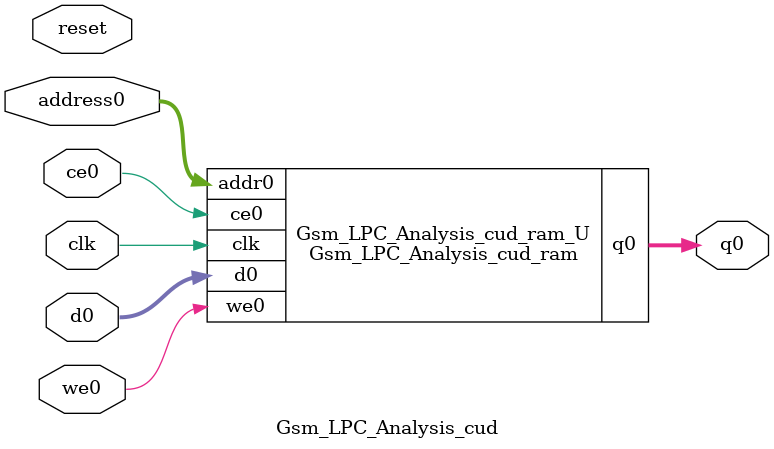
<source format=v>
`timescale 1 ns / 1 ps
module Gsm_LPC_Analysis_cud_ram (addr0, ce0, d0, we0, q0,  clk);

parameter DWIDTH = 16;
parameter AWIDTH = 4;
parameter MEM_SIZE = 9;

input[AWIDTH-1:0] addr0;
input ce0;
input[DWIDTH-1:0] d0;
input we0;
output reg[DWIDTH-1:0] q0;
input clk;

(* ram_style = "distributed" *)reg [DWIDTH-1:0] ram[0:MEM_SIZE-1];




always @(posedge clk)  
begin 
    if (ce0) begin
        if (we0) 
            ram[addr0] <= d0; 
        q0 <= ram[addr0];
    end
end


endmodule

`timescale 1 ns / 1 ps
module Gsm_LPC_Analysis_cud(
    reset,
    clk,
    address0,
    ce0,
    we0,
    d0,
    q0);

parameter DataWidth = 32'd16;
parameter AddressRange = 32'd9;
parameter AddressWidth = 32'd4;
input reset;
input clk;
input[AddressWidth - 1:0] address0;
input ce0;
input we0;
input[DataWidth - 1:0] d0;
output[DataWidth - 1:0] q0;



Gsm_LPC_Analysis_cud_ram Gsm_LPC_Analysis_cud_ram_U(
    .clk( clk ),
    .addr0( address0 ),
    .ce0( ce0 ),
    .we0( we0 ),
    .d0( d0 ),
    .q0( q0 ));

endmodule


</source>
